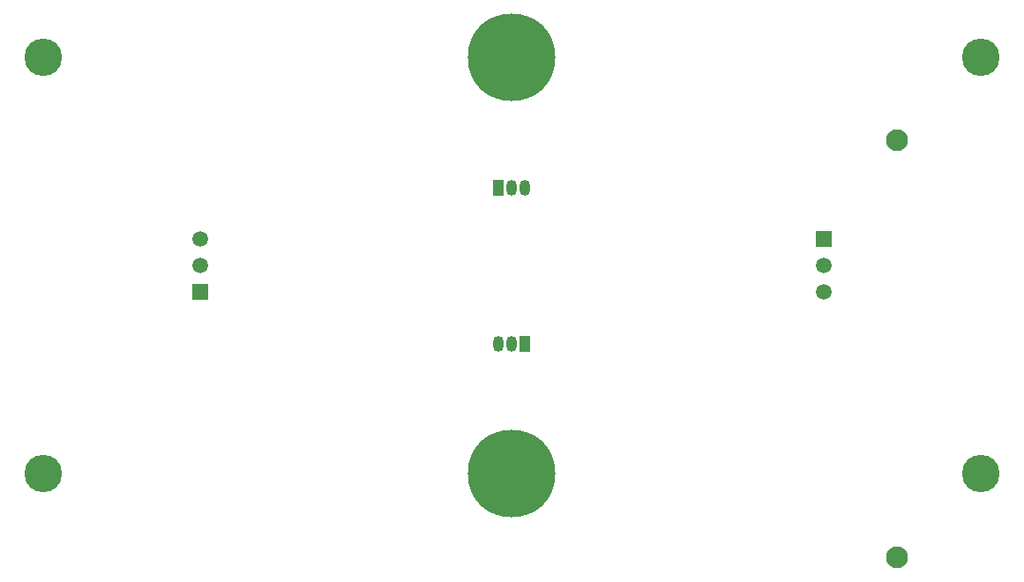
<source format=gbs>
%TF.GenerationSoftware,KiCad,Pcbnew,(6.0.8)*%
%TF.CreationDate,2023-05-12T01:14:42+02:00*%
%TF.ProjectId,SMDBattHolder,534d4442-6174-4744-986f-6c6465722e6b,rev?*%
%TF.SameCoordinates,Original*%
%TF.FileFunction,Soldermask,Bot*%
%TF.FilePolarity,Negative*%
%FSLAX46Y46*%
G04 Gerber Fmt 4.6, Leading zero omitted, Abs format (unit mm)*
G04 Created by KiCad (PCBNEW (6.0.8)) date 2023-05-12 01:14:42*
%MOMM*%
%LPD*%
G01*
G04 APERTURE LIST*
%ADD10C,3.600000*%
%ADD11C,2.100000*%
%ADD12R,1.500000X1.500000*%
%ADD13C,1.500000*%
%ADD14C,8.400000*%
%ADD15R,1.050000X1.500000*%
%ADD16O,1.050000X1.500000*%
G04 APERTURE END LIST*
D10*
X290000000Y-115000000D03*
D11*
X372000000Y-163000000D03*
D12*
X305075000Y-137545000D03*
D13*
X305075000Y-135005000D03*
X305075000Y-132465000D03*
D14*
X335000000Y-155000000D03*
D10*
X380000000Y-155000000D03*
D14*
X335000000Y-115000000D03*
D10*
X290000000Y-155000000D03*
D11*
X372000000Y-123000000D03*
D10*
X380000000Y-115000000D03*
D12*
X364925000Y-132455000D03*
D13*
X364925000Y-134995000D03*
X364925000Y-137535000D03*
D15*
X333730000Y-127500000D03*
D16*
X335000000Y-127500000D03*
X336270000Y-127500000D03*
D15*
X336250000Y-142500000D03*
D16*
X334980000Y-142500000D03*
X333710000Y-142500000D03*
M02*

</source>
